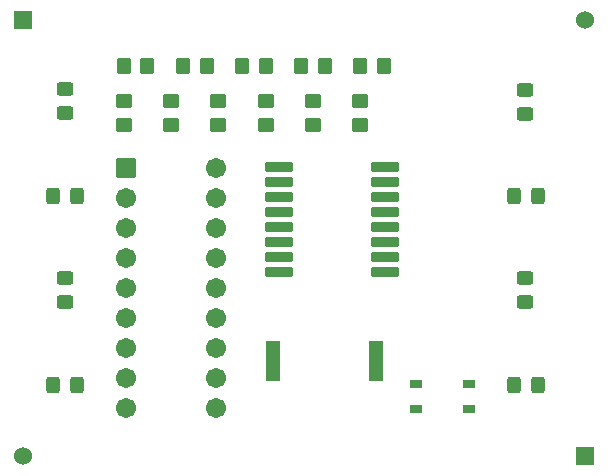
<source format=gbr>
%TF.GenerationSoftware,KiCad,Pcbnew,(6.0.9)*%
%TF.CreationDate,2023-11-13T18:20:47-08:00*%
%TF.ProjectId,music_card,6d757369-635f-4636-9172-642e6b696361,rev?*%
%TF.SameCoordinates,Original*%
%TF.FileFunction,Soldermask,Top*%
%TF.FilePolarity,Negative*%
%FSLAX46Y46*%
G04 Gerber Fmt 4.6, Leading zero omitted, Abs format (unit mm)*
G04 Created by KiCad (PCBNEW (6.0.9)) date 2023-11-13 18:20:47*
%MOMM*%
%LPD*%
G01*
G04 APERTURE LIST*
G04 Aperture macros list*
%AMRoundRect*
0 Rectangle with rounded corners*
0 $1 Rounding radius*
0 $2 $3 $4 $5 $6 $7 $8 $9 X,Y pos of 4 corners*
0 Add a 4 corners polygon primitive as box body*
4,1,4,$2,$3,$4,$5,$6,$7,$8,$9,$2,$3,0*
0 Add four circle primitives for the rounded corners*
1,1,$1+$1,$2,$3*
1,1,$1+$1,$4,$5*
1,1,$1+$1,$6,$7*
1,1,$1+$1,$8,$9*
0 Add four rect primitives between the rounded corners*
20,1,$1+$1,$2,$3,$4,$5,0*
20,1,$1+$1,$4,$5,$6,$7,0*
20,1,$1+$1,$6,$7,$8,$9,0*
20,1,$1+$1,$8,$9,$2,$3,0*%
G04 Aperture macros list end*
%ADD10RoundRect,0.250000X-0.325000X-0.450000X0.325000X-0.450000X0.325000X0.450000X-0.325000X0.450000X0*%
%ADD11R,1.524000X1.524000*%
%ADD12RoundRect,0.250000X-0.450000X0.350000X-0.450000X-0.350000X0.450000X-0.350000X0.450000X0.350000X0*%
%ADD13RoundRect,0.102000X-1.100000X0.300000X-1.100000X-0.300000X1.100000X-0.300000X1.100000X0.300000X0*%
%ADD14RoundRect,0.250000X0.450000X-0.325000X0.450000X0.325000X-0.450000X0.325000X-0.450000X-0.325000X0*%
%ADD15C,1.524000*%
%ADD16RoundRect,0.250000X0.450000X-0.350000X0.450000X0.350000X-0.450000X0.350000X-0.450000X-0.350000X0*%
%ADD17R,0.990600X0.711200*%
%ADD18RoundRect,0.250000X0.350000X0.450000X-0.350000X0.450000X-0.350000X-0.450000X0.350000X-0.450000X0*%
%ADD19RoundRect,0.250000X0.325000X0.450000X-0.325000X0.450000X-0.325000X-0.450000X0.325000X-0.450000X0*%
%ADD20RoundRect,0.102000X-0.749300X-0.749300X0.749300X-0.749300X0.749300X0.749300X-0.749300X0.749300X0*%
%ADD21C,1.702600*%
%ADD22R,1.300000X3.400000*%
%ADD23RoundRect,0.250000X-0.350000X-0.450000X0.350000X-0.450000X0.350000X0.450000X-0.350000X0.450000X0*%
G04 APERTURE END LIST*
D10*
%TO.C,D8*%
X156000000Y-125000000D03*
X158050000Y-125000000D03*
%TD*%
D11*
%TO.C,VDD_THT2*%
X114500000Y-94100000D03*
%TD*%
D12*
%TO.C,R7*%
X123000000Y-101000000D03*
X123000000Y-103000000D03*
%TD*%
D13*
%TO.C,U1*%
X136130000Y-106555000D03*
X136130000Y-107825000D03*
X136130000Y-109095000D03*
X136130000Y-110365000D03*
X136130000Y-111635000D03*
X136130000Y-112905000D03*
X136130000Y-114175000D03*
X136130000Y-115445000D03*
X145140000Y-115445000D03*
X145140000Y-114175000D03*
X145140000Y-112905000D03*
X145140000Y-111635000D03*
X145140000Y-110365000D03*
X145140000Y-109095000D03*
X145140000Y-107825000D03*
X145140000Y-106555000D03*
%TD*%
D14*
%TO.C,D6*%
X118000000Y-118025000D03*
X118000000Y-115975000D03*
%TD*%
D15*
%TO.C,GND_THT1*%
X162000000Y-94100000D03*
%TD*%
D16*
%TO.C,R1*%
X139000000Y-103000000D03*
X139000000Y-101000000D03*
%TD*%
D14*
%TO.C,D3*%
X157000000Y-118025000D03*
X157000000Y-115975000D03*
%TD*%
D11*
%TO.C,GND_THT2*%
X162000000Y-131000000D03*
%TD*%
D16*
%TO.C,R3*%
X131000000Y-103000000D03*
X131000000Y-101000000D03*
%TD*%
D17*
%TO.C,SW1*%
X147749999Y-124925001D03*
X152250001Y-124925001D03*
X147749999Y-127074999D03*
X152250001Y-127074999D03*
%TD*%
D16*
%TO.C,R5*%
X135000000Y-103000000D03*
X135000000Y-101000000D03*
%TD*%
D18*
%TO.C,pull_down1*%
X135000000Y-98000000D03*
X133000000Y-98000000D03*
%TD*%
D19*
%TO.C,D1*%
X119025000Y-125000000D03*
X116975000Y-125000000D03*
%TD*%
D10*
%TO.C,D5*%
X156000000Y-109000000D03*
X158050000Y-109000000D03*
%TD*%
D12*
%TO.C,R2*%
X143000000Y-101000000D03*
X143000000Y-103000000D03*
%TD*%
D20*
%TO.C,U2*%
X123190000Y-106680000D03*
D21*
X123190000Y-109220000D03*
X123190000Y-111760000D03*
X123190000Y-114300000D03*
X123190000Y-116840000D03*
X123190000Y-119380000D03*
X123190000Y-121920000D03*
X123190000Y-124460000D03*
X123190000Y-127000000D03*
X130810000Y-127000000D03*
X130810000Y-124460000D03*
X130810000Y-121920000D03*
X130810000Y-119380000D03*
X130810000Y-116840000D03*
X130810000Y-114300000D03*
X130810000Y-111760000D03*
X130810000Y-109220000D03*
X130810000Y-106680000D03*
%TD*%
D14*
%TO.C,D4*%
X118000000Y-102025000D03*
X118000000Y-99975000D03*
%TD*%
D19*
%TO.C,D2*%
X119025000Y-109000000D03*
X116975000Y-109000000D03*
%TD*%
D18*
%TO.C,pull_down2*%
X130000000Y-98000000D03*
X128000000Y-98000000D03*
%TD*%
D22*
%TO.C,BZ1*%
X144350000Y-123000000D03*
X135650000Y-123000000D03*
%TD*%
D23*
%TO.C,pull_up1*%
X138000000Y-98000000D03*
X140000000Y-98000000D03*
%TD*%
D12*
%TO.C,R6*%
X127000000Y-101000000D03*
X127000000Y-103000000D03*
%TD*%
D15*
%TO.C,VDD_THT1*%
X114500000Y-131000000D03*
%TD*%
D23*
%TO.C,R4*%
X143000000Y-98000000D03*
X145000000Y-98000000D03*
%TD*%
%TO.C,pull_down3*%
X123000000Y-98000000D03*
X125000000Y-98000000D03*
%TD*%
D14*
%TO.C,D7*%
X157000000Y-102050000D03*
X157000000Y-100000000D03*
%TD*%
M02*

</source>
